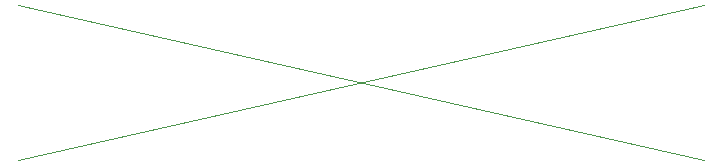
<source format=gbr>
%TF.GenerationSoftware,KiCad,Pcbnew,9.0.0*%
%TF.CreationDate,2025-03-31T15:03:09+01:00*%
%TF.ProjectId,vm_jacdaptor_no_swdio_0.1,766d5f6a-6163-4646-9170-746f725f6e6f,v0.1*%
%TF.SameCoordinates,PX58b1140PY3fe56c0*%
%TF.FileFunction,AssemblyDrawing,Bot*%
%FSLAX45Y45*%
G04 Gerber Fmt 4.5, Leading zero omitted, Abs format (unit mm)*
G04 Created by KiCad (PCBNEW 9.0.0) date 2025-03-31 15:03:09*
%MOMM*%
%LPD*%
G01*
G04 APERTURE LIST*
%ADD10C,0.100000*%
G04 APERTURE END LIST*
D10*
X-2905000Y1105000D02*
X2905000Y-205000D01*
X-2905000Y-205000D02*
X2905000Y1105000D01*
M02*

</source>
